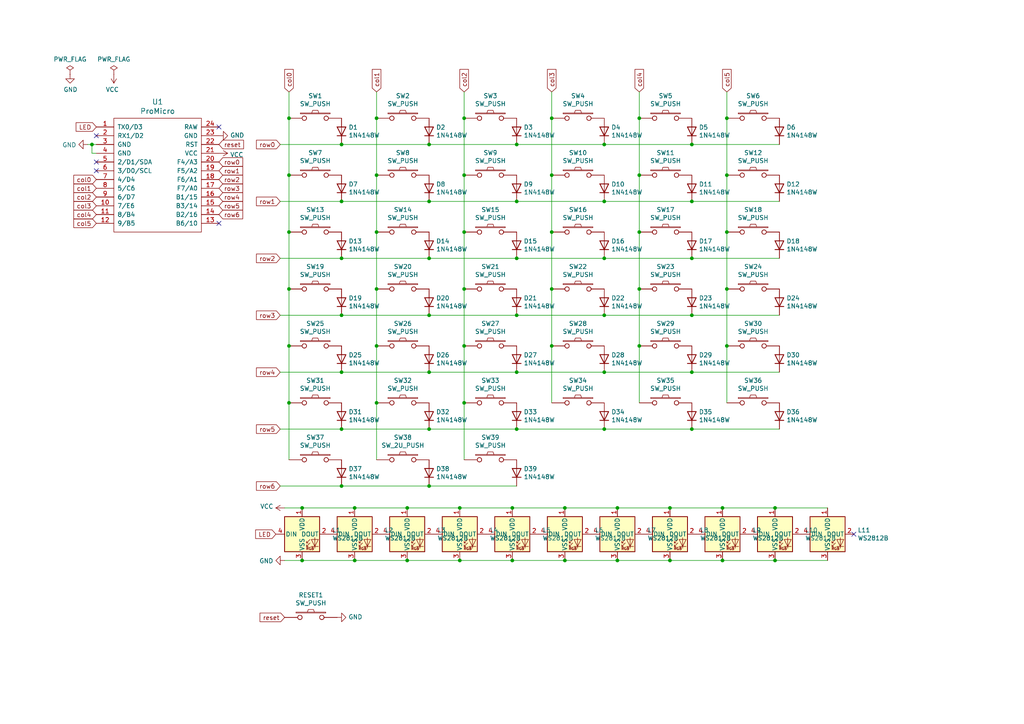
<source format=kicad_sch>
(kicad_sch (version 20230121) (generator eeschema)
  (paper "A4")
  (title_block (title "REVIUNG39") (date "2020-07-29") (rev "2.0"))
  (lib_symbols
    (symbol "Diode:1N4148W" (pin_numbers hide) (pin_names hide)
      (property "Reference" "D" (at 0 2.54 0))
      (property "Value" "1N4148W" (at 0 -2.54 0))
      (symbol "1N4148W_0_1"
        (polyline (pts (xy -1.27 1.27) (xy -1.27 -1.27)) (stroke (width 0.254)))
        (polyline (pts (xy 1.27 0) (xy -1.27 0)))
        (polyline (pts (xy 1.27 1.27) (xy 1.27 -1.27) (xy -1.27 0) (xy 1.27 1.27)) (stroke (width 0.254)))
      )
      (symbol "1N4148W_1_1"
        (pin passive line (at -3.81 0 0) (length 2.54) (name "K") (number "1"))
        (pin passive line (at 3.81 0 180) (length 2.54) (name "A") (number "2"))
      )
    )
    (symbol "LED:WS2812B" (pin_names (offset 0.254))
      (property "Reference" "D" (at 5.08 5.715 0))
      (property "Value" "WS2812B" (at 1.27 -5.715 0))
      (symbol "WS2812B_0_0"
        (text "RGB" (at 2.286 -4.191 0) (effects (font (size 0.762 0.762))))
      )
      (symbol "WS2812B_0_1"
        (polyline (pts (xy 1.27 -3.556) (xy 1.778 -3.556)))
        (polyline (pts (xy 1.27 -2.54) (xy 1.778 -2.54)))
        (polyline (pts (xy 4.699 -3.556) (xy 2.667 -3.556)))
        (polyline (pts (xy 2.286 -2.54) (xy 1.27 -3.556) (xy 1.27 -3.048)))
        (polyline (pts (xy 2.286 -1.524) (xy 1.27 -2.54) (xy 1.27 -2.032)))
        (polyline (pts (xy 3.683 -1.016) (xy 3.683 -3.556) (xy 3.683 -4.064)))
        (polyline (pts (xy 4.699 -1.524) (xy 2.667 -1.524) (xy 3.683 -3.556) (xy 4.699 -1.524)))
        (rectangle (start 5.08 5.08) (end -5.08 -5.08) (stroke (width 0.254)) (fill (type background)))
      )
      (symbol "WS2812B_1_1"
        (pin power_in line (at 0 7.62 270) (length 2.54) (name "VDD") (number "1"))
        (pin output line (at 7.62 0 180) (length 2.54) (name "DOUT") (number "2"))
        (pin power_in line (at 0 -7.62 90) (length 2.54) (name "VSS") (number "3"))
        (pin input line (at -7.62 0 0) (length 2.54) (name "DIN") (number "4"))
      )
    )
    (symbol "power:GND" (power) (pin_names (offset 0))
      (property "Value" "GND" (at 0 -3.81 0))
      (symbol "GND_0_1"
        (polyline (pts (xy 0 0) (xy 0 -1.27) (xy 1.27 -1.27) (xy 0 -2.54) (xy -1.27 -1.27) (xy 0 -1.27)))
      )
      (symbol "GND_1_1"
        (pin power_in line (at 0 0 270) (length 0) hide (name "GND") (number "1"))
      )
    )
    (symbol "power:PWR_FLAG" (power) (pin_numbers hide) (pin_names (offset 0) hide)
      (property "Value" "PWR_FLAG" (at 0 3.81 0))
      (symbol "PWR_FLAG_0_0"
        (pin power_out line (at 0 0 90) (length 0) (name "pwr") (number "1"))
      )
      (symbol "PWR_FLAG_0_1"
        (polyline (pts (xy 0 0) (xy 0 1.27) (xy -1.016 1.905) (xy 0 2.54) (xy 1.016 1.905) (xy 0 1.27)))
      )
    )
    (symbol "power:VCC" (power) (pin_names (offset 0))
      (property "Value" "VCC" (at 0 3.81 0))
      (symbol "VCC_0_1"
        (polyline (pts (xy -0.762 1.27) (xy 0 2.54)))
        (polyline (pts (xy 0 0) (xy 0 2.54)))
        (polyline (pts (xy 0 2.54) (xy 0.762 1.27)))
      )
      (symbol "VCC_1_1"
        (pin power_in line (at 0 0 90) (length 0) hide (name "VCC") (number "1"))
      )
    )
    (symbol "reviung39-rescue:ProMicro-_reviung-kbd" (pin_names (offset 1.016))
      (property "Reference" "U" (at 0 24.13 0))
      (property "Value" "_reviung-kbd_ProMicro" (at 0 -13.97 0))
      (symbol "ProMicro-_reviung-kbd_0_1"
        (rectangle (start -12.7 21.59) (end 12.7 -11.43))
      )
      (symbol "ProMicro-_reviung-kbd_1_1"
        (pin bidirectional line (at -17.78 19.05 0) (length 5.08) (name "TX0/D3") (number "1"))
        (pin bidirectional line (at -17.78 -3.81 0) (length 5.08) (name "7/E6") (number "10"))
        (pin bidirectional line (at -17.78 -6.35 0) (length 5.08) (name "8/B4") (number "11"))
        (pin bidirectional line (at -17.78 -8.89 0) (length 5.08) (name "9/B5") (number "12"))
        (pin bidirectional line (at 17.78 -8.89 180) (length 5.08) (name "B6/10") (number "13"))
        (pin bidirectional line (at 17.78 -6.35 180) (length 5.08) (name "B2/16") (number "14"))
        (pin bidirectional line (at 17.78 -3.81 180) (length 5.08) (name "B3/14") (number "15"))
        (pin bidirectional line (at 17.78 -1.27 180) (length 5.08) (name "B1/15") (number "16"))
        (pin bidirectional line (at 17.78 1.27 180) (length 5.08) (name "F7/A0") (number "17"))
        (pin bidirectional line (at 17.78 3.81 180) (length 5.08) (name "F6/A1") (number "18"))
        (pin bidirectional line (at 17.78 6.35 180) (length 5.08) (name "F5/A2") (number "19"))
        (pin bidirectional line (at -17.78 16.51 0) (length 5.08) (name "RX1/D2") (number "2"))
        (pin bidirectional line (at 17.78 8.89 180) (length 5.08) (name "F4/A3") (number "20"))
        (pin power_in line (at 17.78 11.43 180) (length 5.08) (name "VCC") (number "21"))
        (pin input line (at 17.78 13.97 180) (length 5.08) (name "RST") (number "22"))
        (pin power_in line (at 17.78 16.51 180) (length 5.08) (name "GND") (number "23"))
        (pin power_out line (at 17.78 19.05 180) (length 5.08) (name "RAW") (number "24"))
        (pin power_in line (at -17.78 13.97 0) (length 5.08) (name "GND") (number "3"))
        (pin power_in line (at -17.78 11.43 0) (length 5.08) (name "GND") (number "4"))
        (pin bidirectional line (at -17.78 8.89 0) (length 5.08) (name "2/D1/SDA") (number "5"))
        (pin bidirectional line (at -17.78 6.35 0) (length 5.08) (name "3/D0/SCL") (number "6"))
        (pin bidirectional line (at -17.78 3.81 0) (length 5.08) (name "4/D4") (number "7"))
        (pin bidirectional line (at -17.78 1.27 0) (length 5.08) (name "5/C6") (number "8"))
        (pin bidirectional line (at -17.78 -1.27 0) (length 5.08) (name "6/D7") (number "9"))
      )
    )
    (symbol "reviung39-rescue:SW_PUSH-_reviung-kbd" (pin_numbers hide) (pin_names (offset 1.016) hide)
      (property "Reference" "SW" (at 3.81 2.794 0))
      (property "Value" "_reviung-kbd_SW_PUSH" (at 0 -2.032 0))
      (symbol "SW_PUSH-_reviung-kbd_0_1"
        (rectangle (start -4.318 1.27) (end 4.318 1.524))
        (polyline (pts (xy -1.016 1.524) (xy -0.762 2.286) (xy 0.762 2.286) (xy 1.016 1.524)))
        (pin passive inverted (at -7.62 0 0) (length 5.08) (name "1") (number "1"))
        (pin passive inverted (at 7.62 0 180) (length 5.08) (name "2") (number "2"))
      )
    )
  )
  (junction (at 149.86 124.46))
  (junction (at 99.06 107.95))
  (junction (at 148.59 147.32))
  (junction (at 160.02 100.33))
  (junction (at 99.06 74.93))
  (junction (at 83.82 50.8))
  (junction (at 118.11 162.56))
  (junction (at 175.26 41.91))
  (junction (at 109.22 100.33))
  (junction (at 200.66 58.42))
  (junction (at 99.06 41.91))
  (junction (at 163.83 147.32))
  (junction (at 149.86 58.42))
  (junction (at 209.55 147.32))
  (junction (at 200.66 74.93))
  (junction (at 109.22 67.31))
  (junction (at 83.82 116.84))
  (junction (at 83.82 100.33))
  (junction (at 163.83 162.56))
  (junction (at 179.07 147.32))
  (junction (at 175.26 58.42))
  (junction (at 160.02 83.82))
  (junction (at 175.26 91.44))
  (junction (at 194.31 162.56))
  (junction (at 99.06 124.46))
  (junction (at 210.82 50.8))
  (junction (at 185.42 50.8))
  (junction (at 149.86 41.91))
  (junction (at 148.59 162.56))
  (junction (at 185.42 34.29))
  (junction (at 109.22 34.29))
  (junction (at 175.26 74.93))
  (junction (at 134.62 34.29))
  (junction (at 160.02 67.31))
  (junction (at 134.62 83.82))
  (junction (at 99.06 140.97))
  (junction (at 134.62 50.8))
  (junction (at 26.67 41.91))
  (junction (at 124.46 41.91))
  (junction (at 210.82 67.31))
  (junction (at 134.62 100.33))
  (junction (at 124.46 91.44))
  (junction (at 134.62 67.31))
  (junction (at 185.42 67.31))
  (junction (at 124.46 140.97))
  (junction (at 87.63 147.32))
  (junction (at 200.66 107.95))
  (junction (at 185.42 100.33))
  (junction (at 109.22 116.84))
  (junction (at 209.55 162.56))
  (junction (at 124.46 74.93))
  (junction (at 224.79 147.32))
  (junction (at 99.06 58.42))
  (junction (at 160.02 34.29))
  (junction (at 200.66 124.46))
  (junction (at 149.86 91.44))
  (junction (at 124.46 107.95))
  (junction (at 179.07 162.56))
  (junction (at 194.31 147.32))
  (junction (at 185.42 83.82))
  (junction (at 102.87 147.32))
  (junction (at 210.82 100.33))
  (junction (at 124.46 58.42))
  (junction (at 109.22 83.82))
  (junction (at 149.86 107.95))
  (junction (at 133.35 162.56))
  (junction (at 134.62 116.84))
  (junction (at 118.11 147.32))
  (junction (at 175.26 107.95))
  (junction (at 175.26 124.46))
  (junction (at 83.82 83.82))
  (junction (at 83.82 34.29))
  (junction (at 200.66 41.91))
  (junction (at 102.87 162.56))
  (junction (at 200.66 91.44))
  (junction (at 149.86 74.93))
  (junction (at 83.82 67.31))
  (junction (at 87.63 162.56))
  (junction (at 210.82 83.82))
  (junction (at 133.35 147.32))
  (junction (at 210.82 34.29))
  (junction (at 160.02 50.8))
  (junction (at 99.06 91.44))
  (junction (at 109.22 50.8))
  (junction (at 224.79 162.56))
  (junction (at 124.46 124.46))
  (no_connect (at 63.5 64.77))
  (no_connect (at 247.65 154.94))
  (no_connect (at 27.94 49.53))
  (no_connect (at 63.5 36.83))
  (no_connect (at 27.94 46.99))
  (no_connect (at 27.94 39.37))
  (wire (pts (xy 109.22 83.82) (xy 109.22 100.33)))
  (wire (pts (xy 175.26 91.44) (xy 200.66 91.44)))
  (wire (pts (xy 209.55 162.56) (xy 224.79 162.56)))
  (wire (pts (xy 134.62 26.67) (xy 134.62 34.29)))
  (wire (pts (xy 99.06 58.42) (xy 124.46 58.42)))
  (wire (pts (xy 83.82 34.29) (xy 83.82 50.8)))
  (wire (pts (xy 160.02 50.8) (xy 160.02 67.31)))
  (wire (pts (xy 194.31 147.32) (xy 209.55 147.32)))
  (wire (pts (xy 200.66 58.42) (xy 226.06 58.42)))
  (wire (pts (xy 81.28 74.93) (xy 99.06 74.93)))
  (wire (pts (xy 27.94 44.45) (xy 26.67 44.45)))
  (wire (pts (xy 134.62 67.31) (xy 134.62 83.82)))
  (wire (pts (xy 185.42 100.33) (xy 185.42 116.84)))
  (wire (pts (xy 83.82 50.8) (xy 83.82 67.31)))
  (wire (pts (xy 175.26 41.91) (xy 200.66 41.91)))
  (wire (pts (xy 210.82 34.29) (xy 210.82 50.8)))
  (wire (pts (xy 149.86 124.46) (xy 175.26 124.46)))
  (wire (pts (xy 99.06 91.44) (xy 124.46 91.44)))
  (wire (pts (xy 163.83 147.32) (xy 179.07 147.32)))
  (wire (pts (xy 133.35 162.56) (xy 148.59 162.56)))
  (wire (pts (xy 185.42 67.31) (xy 185.42 83.82)))
  (wire (pts (xy 224.79 147.32) (xy 240.03 147.32)))
  (wire (pts (xy 185.42 34.29) (xy 185.42 50.8)))
  (wire (pts (xy 134.62 116.84) (xy 134.62 133.35)))
  (wire (pts (xy 109.22 100.33) (xy 109.22 116.84)))
  (wire (pts (xy 99.06 124.46) (xy 124.46 124.46)))
  (wire (pts (xy 179.07 162.56) (xy 194.31 162.56)))
  (wire (pts (xy 160.02 67.31) (xy 160.02 83.82)))
  (wire (pts (xy 83.82 26.67) (xy 83.82 34.29)))
  (wire (pts (xy 149.86 91.44) (xy 175.26 91.44)))
  (wire (pts (xy 124.46 91.44) (xy 149.86 91.44)))
  (wire (pts (xy 81.28 107.95) (xy 99.06 107.95)))
  (wire (pts (xy 200.66 74.93) (xy 226.06 74.93)))
  (wire (pts (xy 200.66 107.95) (xy 226.06 107.95)))
  (wire (pts (xy 81.28 58.42) (xy 99.06 58.42)))
  (wire (pts (xy 83.82 100.33) (xy 83.82 116.84)))
  (wire (pts (xy 210.82 83.82) (xy 210.82 100.33)))
  (wire (pts (xy 81.28 41.91) (xy 99.06 41.91)))
  (wire (pts (xy 109.22 116.84) (xy 109.22 133.35)))
  (wire (pts (xy 210.82 67.31) (xy 210.82 83.82)))
  (wire (pts (xy 179.07 147.32) (xy 194.31 147.32)))
  (wire (pts (xy 81.28 124.46) (xy 99.06 124.46)))
  (wire (pts (xy 160.02 100.33) (xy 160.02 116.84)))
  (wire (pts (xy 99.06 140.97) (xy 124.46 140.97)))
  (wire (pts (xy 163.83 162.56) (xy 179.07 162.56)))
  (wire (pts (xy 200.66 91.44) (xy 226.06 91.44)))
  (wire (pts (xy 175.26 124.46) (xy 200.66 124.46)))
  (wire (pts (xy 83.82 116.84) (xy 83.82 133.35)))
  (wire (pts (xy 109.22 26.67) (xy 109.22 34.29)))
  (wire (pts (xy 134.62 34.29) (xy 134.62 50.8)))
  (wire (pts (xy 109.22 67.31) (xy 109.22 83.82)))
  (wire (pts (xy 87.63 147.32) (xy 102.87 147.32)))
  (wire (pts (xy 99.06 74.93) (xy 124.46 74.93)))
  (wire (pts (xy 160.02 83.82) (xy 160.02 100.33)))
  (wire (pts (xy 224.79 162.56) (xy 240.03 162.56)))
  (wire (pts (xy 134.62 83.82) (xy 134.62 100.33)))
  (wire (pts (xy 175.26 74.93) (xy 200.66 74.93)))
  (wire (pts (xy 118.11 147.32) (xy 133.35 147.32)))
  (wire (pts (xy 81.28 140.97) (xy 99.06 140.97)))
  (wire (pts (xy 83.82 67.31) (xy 83.82 83.82)))
  (wire (pts (xy 118.11 162.56) (xy 133.35 162.56)))
  (wire (pts (xy 124.46 124.46) (xy 149.86 124.46)))
  (wire (pts (xy 194.31 162.56) (xy 209.55 162.56)))
  (wire (pts (xy 26.67 44.45) (xy 26.67 41.91)))
  (wire (pts (xy 124.46 58.42) (xy 149.86 58.42)))
  (wire (pts (xy 102.87 162.56) (xy 87.63 162.56)))
  (wire (pts (xy 124.46 107.95) (xy 149.86 107.95)))
  (wire (pts (xy 185.42 50.8) (xy 185.42 67.31)))
  (wire (pts (xy 210.82 50.8) (xy 210.82 67.31)))
  (wire (pts (xy 82.55 162.56) (xy 87.63 162.56)))
  (wire (pts (xy 27.94 41.91) (xy 26.67 41.91)))
  (wire (pts (xy 109.22 50.8) (xy 109.22 67.31)))
  (wire (pts (xy 83.82 83.82) (xy 83.82 100.33)))
  (wire (pts (xy 185.42 26.67) (xy 185.42 34.29)))
  (wire (pts (xy 185.42 83.82) (xy 185.42 100.33)))
  (wire (pts (xy 148.59 147.32) (xy 163.83 147.32)))
  (wire (pts (xy 200.66 124.46) (xy 226.06 124.46)))
  (wire (pts (xy 133.35 147.32) (xy 148.59 147.32)))
  (wire (pts (xy 210.82 26.67) (xy 210.82 34.29)))
  (wire (pts (xy 134.62 100.33) (xy 134.62 116.84)))
  (wire (pts (xy 149.86 58.42) (xy 175.26 58.42)))
  (wire (pts (xy 109.22 34.29) (xy 109.22 50.8)))
  (wire (pts (xy 124.46 140.97) (xy 149.86 140.97)))
  (wire (pts (xy 149.86 107.95) (xy 175.26 107.95)))
  (wire (pts (xy 148.59 162.56) (xy 163.83 162.56)))
  (wire (pts (xy 210.82 116.84) (xy 210.82 100.33)))
  (wire (pts (xy 124.46 74.93) (xy 149.86 74.93)))
  (wire (pts (xy 200.66 41.91) (xy 226.06 41.91)))
  (wire (pts (xy 81.28 91.44) (xy 99.06 91.44)))
  (wire (pts (xy 175.26 107.95) (xy 200.66 107.95)))
  (wire (pts (xy 102.87 162.56) (xy 118.11 162.56)))
  (wire (pts (xy 160.02 34.29) (xy 160.02 50.8)))
  (wire (pts (xy 160.02 26.67) (xy 160.02 34.29)))
  (wire (pts (xy 99.06 41.91) (xy 124.46 41.91)))
  (wire (pts (xy 149.86 74.93) (xy 175.26 74.93)))
  (wire (pts (xy 209.55 147.32) (xy 224.79 147.32)))
  (wire (pts (xy 124.46 41.91) (xy 149.86 41.91)))
  (wire (pts (xy 82.55 147.32) (xy 87.63 147.32)))
  (wire (pts (xy 175.26 58.42) (xy 200.66 58.42)))
  (wire (pts (xy 134.62 50.8) (xy 134.62 67.31)))
  (wire (pts (xy 102.87 147.32) (xy 118.11 147.32)))
  (wire (pts (xy 99.06 107.95) (xy 124.46 107.95)))
  (wire (pts (xy 149.86 41.91) (xy 175.26 41.91)))
  (wire (pts (xy 26.67 41.91) (xy 25.4 41.91)))
  (global_label "col1" (shape input) (at 109.22 26.67 90) (property "Intersheetrefs" "${INTERSHEET_REFS}" (effects hide)))
  (global_label "row6" (shape input) (at 63.5 62.23 0) (property "Intersheetrefs" "${INTERSHEET_REFS}" (effects hide)))
  (global_label "row2" (shape input) (at 81.28 74.93 180) (property "Intersheetrefs" "${INTERSHEET_REFS}" (effects hide)))
  (global_label "col3" (shape input) (at 27.94 59.69 180) (property "Intersheetrefs" "${INTERSHEET_REFS}" (effects hide)))
  (global_label "row1" (shape input) (at 81.28 58.42 180) (property "Intersheetrefs" "${INTERSHEET_REFS}" (effects hide)))
  (global_label "row4" (shape input) (at 63.5 57.15 0) (property "Intersheetrefs" "${INTERSHEET_REFS}" (effects hide)))
  (global_label "row3" (shape input) (at 81.28 91.44 180) (property "Intersheetrefs" "${INTERSHEET_REFS}" (effects hide)))
  (global_label "col4" (shape input) (at 27.94 62.23 180) (property "Intersheetrefs" "${INTERSHEET_REFS}" (effects hide)))
  (global_label "row0" (shape input) (at 63.5 46.99 0) (property "Intersheetrefs" "${INTERSHEET_REFS}" (effects hide)))
  (global_label "row5" (shape input) (at 81.28 124.46 180) (property "Intersheetrefs" "${INTERSHEET_REFS}" (effects hide)))
  (global_label "reset" (shape input) (at 82.55 179.07 180) (property "Intersheetrefs" "${INTERSHEET_REFS}" (effects hide)))
  (global_label "col4" (shape input) (at 185.42 26.67 90) (property "Intersheetrefs" "${INTERSHEET_REFS}" (effects hide)))
  (global_label "row0" (shape input) (at 81.28 41.91 180) (property "Intersheetrefs" "${INTERSHEET_REFS}" (effects hide)))
  (global_label "row4" (shape input) (at 81.28 107.95 180) (property "Intersheetrefs" "${INTERSHEET_REFS}" (effects hide)))
  (global_label "row6" (shape input) (at 81.28 140.97 180) (property "Intersheetrefs" "${INTERSHEET_REFS}" (effects hide)))
  (global_label "LED" (shape input) (at 80.01 154.94 180) (property "Intersheetrefs" "${INTERSHEET_REFS}" (effects hide)))
  (global_label "row2" (shape input) (at 63.5 52.07 0) (property "Intersheetrefs" "${INTERSHEET_REFS}" (effects hide)))
  (global_label "col5" (shape input) (at 210.82 26.67 90) (property "Intersheetrefs" "${INTERSHEET_REFS}" (effects hide)))
  (global_label "col5" (shape input) (at 27.94 64.77 180) (property "Intersheetrefs" "${INTERSHEET_REFS}" (effects hide)))
  (global_label "LED" (shape input) (at 27.94 36.83 180) (property "Intersheetrefs" "${INTERSHEET_REFS}" (effects hide)))
  (global_label "col3" (shape input) (at 160.02 26.67 90) (property "Intersheetrefs" "${INTERSHEET_REFS}" (effects hide)))
  (global_label "row5" (shape input) (at 63.5 59.69 0) (property "Intersheetrefs" "${INTERSHEET_REFS}" (effects hide)))
  (global_label "row1" (shape input) (at 63.5 49.53 0) (property "Intersheetrefs" "${INTERSHEET_REFS}" (effects hide)))
  (global_label "col0" (shape input) (at 83.82 26.67 90) (property "Intersheetrefs" "${INTERSHEET_REFS}" (effects hide)))
  (global_label "reset" (shape input) (at 63.5 41.91 0) (property "Intersheetrefs" "${INTERSHEET_REFS}" (effects hide)))
  (global_label "col1" (shape input) (at 27.94 54.61 180) (property "Intersheetrefs" "${INTERSHEET_REFS}" (effects hide)))
  (global_label "col2" (shape input) (at 134.62 26.67 90) (property "Intersheetrefs" "${INTERSHEET_REFS}" (effects hide)))
  (global_label "col2" (shape input) (at 27.94 57.15 180) (property "Intersheetrefs" "${INTERSHEET_REFS}" (effects hide)))
  (global_label "row3" (shape input) (at 63.5 54.61 0) (property "Intersheetrefs" "${INTERSHEET_REFS}" (effects hide)))
  (global_label "col0" (shape input) (at 27.94 52.07 180) (property "Intersheetrefs" "${INTERSHEET_REFS}" (effects hide)))
  (symbol (lib_id "power:PWR_FLAG") (at 20.32 21.59 0) (unit 1)
    (property "Reference" "#FLG01" (effects hide))
    (property "Value" "PWR_FLAG" (at 20.32 17.1958 0))
  )
  (symbol (lib_id "power:GND") (at 20.32 21.59 0) (unit 1)
    (property "Reference" "#PWR01" (effects hide))
    (property "Value" "GND" (at 20.447 25.9842 0))
  )
  (symbol (lib_id "power:PWR_FLAG") (at 33.02 21.59 0) (unit 1)
    (property "Reference" "#FLG02" (effects hide))
    (property "Value" "PWR_FLAG" (at 33.02 17.1958 0))
  )
  (symbol (lib_id "power:VCC") (at 33.02 21.59 180) (unit 1)
    (property "Reference" "#PWR02" (effects hide))
    (property "Value" "VCC" (at 32.5628 25.9842 0))
  )
  (symbol (lib_id "reviung39-rescue:ProMicro-_reviung-kbd") (at 45.72 55.88 0) (unit 1)
    (property "Reference" "U1" (at 45.72 29.5402 0) (effects (font (size 1.524 1.524))))
    (property "Value" "ProMicro" (at 45.72 32.2326 0) (effects (font (size 1.524 1.524))))
    (property "Footprint" "_reviung-kbd:ProMicro" (effects hide))
  )
  (symbol (lib_id "power:GND") (at 63.5 39.37 90) (unit 1)
    (property "Reference" "#PWR03" (effects hide))
    (property "Value" "GND" (at 66.7512 39.243 90) (effects (justify right)))
  )
  (symbol (lib_id "power:VCC") (at 63.5 44.45 270) (unit 1)
    (property "Reference" "#PWR05" (effects hide))
    (property "Value" "VCC" (at 66.7512 44.8818 90) (effects (justify left)))
  )
  (symbol (lib_id "power:GND") (at 25.4 41.91 270) (unit 1)
    (property "Reference" "#PWR04" (effects hide))
    (property "Value" "GND" (at 22.1488 42.037 90) (effects (justify right)))
  )
  (symbol (lib_id "reviung39-rescue:SW_PUSH-_reviung-kbd") (at 91.44 34.29 0) (unit 1)
    (property "Reference" "SW1" (at 91.44 27.813 0))
    (property "Value" "SW_PUSH" (at 91.44 30.1244 0))
    (property "Footprint" "_reviung-kbd:MXOnly-1U-Hotswap" (effects hide))
  )
  (symbol (lib_id "Diode:1N4148W") (at 99.06 38.1 90) (unit 1)
    (property "Reference" "D1" (at 101.092 36.9316 90) (effects (justify right)))
    (property "Value" "1N4148W" (at 101.092 39.243 90) (effects (justify right)))
    (property "Footprint" "_reviung-kbd:D3_SMD_1side" (effects hide))
    (property "Datasheet" "https://www.vishay.com/docs/85748/1n4148w.pdf" (effects hide))
  )
  (symbol (lib_id "reviung39-rescue:SW_PUSH-_reviung-kbd") (at 116.84 34.29 0) (unit 1)
    (property "Reference" "SW2" (at 116.84 27.813 0))
    (property "Value" "SW_PUSH" (at 116.84 30.1244 0))
    (property "Footprint" "_reviung-kbd:MXOnly-1U-Hotswap" (effects hide))
  )
  (symbol (lib_id "Diode:1N4148W") (at 124.46 38.1 90) (unit 1)
    (property "Reference" "D2" (at 126.492 36.9316 90) (effects (justify right)))
    (property "Value" "1N4148W" (at 126.492 39.243 90) (effects (justify right)))
    (property "Footprint" "_reviung-kbd:D3_SMD_1side" (effects hide))
    (property "Datasheet" "https://www.vishay.com/docs/85748/1n4148w.pdf" (effects hide))
  )
  (symbol (lib_id "reviung39-rescue:SW_PUSH-_reviung-kbd") (at 142.24 34.29 0) (unit 1)
    (property "Reference" "SW3" (at 142.24 27.813 0))
    (property "Value" "SW_PUSH" (at 142.24 30.1244 0))
    (property "Footprint" "_reviung-kbd:MXOnly-1U-Hotswap" (effects hide))
  )
  (symbol (lib_id "Diode:1N4148W") (at 149.86 38.1 90) (unit 1)
    (property "Reference" "D3" (at 151.892 36.9316 90) (effects (justify right)))
    (property "Value" "1N4148W" (at 151.892 39.243 90) (effects (justify right)))
    (property "Footprint" "_reviung-kbd:D3_SMD_1side" (effects hide))
    (property "Datasheet" "https://www.vishay.com/docs/85748/1n4148w.pdf" (effects hide))
  )
  (symbol (lib_id "reviung39-rescue:SW_PUSH-_reviung-kbd") (at 167.64 34.29 0) (unit 1)
    (property "Reference" "SW4" (at 167.64 27.813 0))
    (property "Value" "SW_PUSH" (at 167.64 30.1244 0))
    (property "Footprint" "_reviung-kbd:MXOnly-1U-Hotswap" (effects hide))
  )
  (symbol (lib_id "Diode:1N4148W") (at 175.26 38.1 90) (unit 1)
    (property "Reference" "D4" (at 177.292 36.9316 90) (effects (justify right)))
    (property "Value" "1N4148W" (at 177.292 39.243 90) (effects (justify right)))
    (property "Footprint" "_reviung-kbd:D3_SMD_1side" (effects hide))
    (property "Datasheet" "https://www.vishay.com/docs/85748/1n4148w.pdf" (effects hide))
  )
  (symbol (lib_id "reviung39-rescue:SW_PUSH-_reviung-kbd") (at 193.04 34.29 0) (unit 1)
    (property "Reference" "SW5" (at 193.04 27.813 0))
    (property "Value" "SW_PUSH" (at 193.04 30.1244 0))
    (property "Footprint" "_reviung-kbd:MXOnly-1U-Hotswap" (effects hide))
  )
  (symbol (lib_id "Diode:1N4148W") (at 200.66 38.1 90) (unit 1)
    (property "Reference" "D5" (at 202.692 36.9316 90) (effects (justify right)))
    (property "Value" "1N4148W" (at 202.692 39.243 90) (effects (justify right)))
    (property "Footprint" "_reviung-kbd:D3_SMD_1side" (effects hide))
    (property "Datasheet" "https://www.vishay.com/docs/85748/1n4148w.pdf" (effects hide))
  )
  (symbol (lib_id "reviung39-rescue:SW_PUSH-_reviung-kbd") (at 218.44 34.29 0) (unit 1)
    (property "Reference" "SW6" (at 218.44 27.813 0))
    (property "Value" "SW_PUSH" (at 218.44 30.1244 0))
    (property "Footprint" "_reviung-kbd:MXOnly-1U-Hotswap" (effects hide))
  )
  (symbol (lib_id "Diode:1N4148W") (at 226.06 38.1 90) (unit 1)
    (property "Reference" "D6" (at 228.092 36.9316 90) (effects (justify right)))
    (property "Value" "1N4148W" (at 228.092 39.243 90) (effects (justify right)))
    (property "Footprint" "_reviung-kbd:D3_SMD_1side" (effects hide))
    (property "Datasheet" "https://www.vishay.com/docs/85748/1n4148w.pdf" (effects hide))
  )
  (symbol (lib_id "Diode:1N4148W") (at 175.26 54.61 90) (unit 1)
    (property "Reference" "D10" (at 177.292 53.4416 90) (effects (justify right)))
    (property "Value" "1N4148W" (at 177.292 55.753 90) (effects (justify right)))
    (property "Footprint" "_reviung-kbd:D3_SMD_1side" (effects hide))
    (property "Datasheet" "https://www.vishay.com/docs/85748/1n4148w.pdf" (effects hide))
  )
  (symbol (lib_id "reviung39-rescue:SW_PUSH-_reviung-kbd") (at 167.64 50.8 0) (unit 1)
    (property "Reference" "SW10" (at 167.64 44.323 0))
    (property "Value" "SW_PUSH" (at 167.64 46.6344 0))
    (property "Footprint" "_reviung-kbd:MXOnly-1U-Hotswap" (effects hide))
  )
  (symbol (lib_id "Diode:1N4148W") (at 149.86 54.61 90) (unit 1)
    (property "Reference" "D9" (at 151.892 53.4416 90) (effects (justify right)))
    (property "Value" "1N4148W" (at 151.892 55.753 90) (effects (justify right)))
    (property "Footprint" "_reviung-kbd:D3_SMD_1side" (effects hide))
    (property "Datasheet" "https://www.vishay.com/docs/85748/1n4148w.pdf" (effects hide))
  )
  (symbol (lib_id "reviung39-rescue:SW_PUSH-_reviung-kbd") (at 142.24 50.8 0) (unit 1)
    (property "Reference" "SW9" (at 142.24 44.323 0))
    (property "Value" "SW_PUSH" (at 142.24 46.6344 0))
    (property "Footprint" "_reviung-kbd:MXOnly-1U-Hotswap" (effects hide))
  )
  (symbol (lib_id "Diode:1N4148W") (at 124.46 54.61 90) (unit 1)
    (property "Reference" "D8" (at 126.492 53.4416 90) (effects (justify right)))
    (property "Value" "1N4148W" (at 126.492 55.753 90) (effects (justify right)))
    (property "Footprint" "_reviung-kbd:D3_SMD_1side" (effects hide))
    (property "Datasheet" "https://www.vishay.com/docs/85748/1n4148w.pdf" (effects hide))
  )
  (symbol (lib_id "reviung39-rescue:SW_PUSH-_reviung-kbd") (at 116.84 50.8 0) (unit 1)
    (property "Reference" "SW8" (at 116.84 44.323 0))
    (property "Value" "SW_PUSH" (at 116.84 46.6344 0))
    (property "Footprint" "_reviung-kbd:MXOnly-1U-Hotswap" (effects hide))
  )
  (symbol (lib_id "Diode:1N4148W") (at 99.06 54.61 90) (unit 1)
    (property "Reference" "D7" (at 101.092 53.4416 90) (effects (justify right)))
    (property "Value" "1N4148W" (at 101.092 55.753 90) (effects (justify right)))
    (property "Footprint" "_reviung-kbd:D3_SMD_1side" (effects hide))
    (property "Datasheet" "https://www.vishay.com/docs/85748/1n4148w.pdf" (effects hide))
  )
  (symbol (lib_id "reviung39-rescue:SW_PUSH-_reviung-kbd") (at 91.44 50.8 0) (unit 1)
    (property "Reference" "SW7" (at 91.44 44.323 0))
    (property "Value" "SW_PUSH" (at 91.44 46.6344 0))
    (property "Footprint" "_reviung-kbd:MXOnly-1U-Hotswap" (effects hide))
  )
  (symbol (lib_id "reviung39-rescue:SW_PUSH-_reviung-kbd") (at 193.04 50.8 0) (unit 1)
    (property "Reference" "SW11" (at 193.04 44.323 0))
    (property "Value" "SW_PUSH" (at 193.04 46.6344 0))
    (property "Footprint" "_reviung-kbd:MXOnly-1U-Hotswap" (effects hide))
  )
  (symbol (lib_id "Diode:1N4148W") (at 200.66 54.61 90) (unit 1)
    (property "Reference" "D11" (at 202.692 53.4416 90) (effects (justify right)))
    (property "Value" "1N4148W" (at 202.692 55.753 90) (effects (justify right)))
    (property "Footprint" "_reviung-kbd:D3_SMD_1side" (effects hide))
    (property "Datasheet" "https://www.vishay.com/docs/85748/1n4148w.pdf" (effects hide))
  )
  (symbol (lib_id "reviung39-rescue:SW_PUSH-_reviung-kbd") (at 218.44 50.8 0) (unit 1)
    (property "Reference" "SW12" (at 218.44 44.323 0))
    (property "Value" "SW_PUSH" (at 218.44 46.6344 0))
    (property "Footprint" "_reviung-kbd:MXOnly-1U-Hotswap" (effects hide))
  )
  (symbol (lib_id "Diode:1N4148W") (at 226.06 54.61 90) (unit 1)
    (property "Reference" "D12" (at 228.092 53.4416 90) (effects (justify right)))
    (property "Value" "1N4148W" (at 228.092 55.753 90) (effects (justify right)))
    (property "Footprint" "_reviung-kbd:D3_SMD_1side" (effects hide))
    (property "Datasheet" "https://www.vishay.com/docs/85748/1n4148w.pdf" (effects hide))
  )
  (symbol (lib_id "Diode:1N4148W") (at 175.26 71.12 90) (unit 1)
    (property "Reference" "D16" (at 177.292 69.9516 90) (effects (justify right)))
    (property "Value" "1N4148W" (at 177.292 72.263 90) (effects (justify right)))
    (property "Footprint" "_reviung-kbd:D3_SMD_1side" (effects hide))
    (property "Datasheet" "https://www.vishay.com/docs/85748/1n4148w.pdf" (effects hide))
  )
  (symbol (lib_id "reviung39-rescue:SW_PUSH-_reviung-kbd") (at 167.64 67.31 0) (unit 1)
    (property "Reference" "SW16" (at 167.64 60.833 0))
    (property "Value" "SW_PUSH" (at 167.64 63.1444 0))
    (property "Footprint" "_reviung-kbd:MXOnly-1U-Hotswap" (effects hide))
  )
  (symbol (lib_id "Diode:1N4148W") (at 149.86 71.12 90) (unit 1)
    (property "Reference" "D15" (at 151.892 69.9516 90) (effects (justify right)))
    (property "Value" "1N4148W" (at 151.892 72.263 90) (effects (justify right)))
    (property "Footprint" "_reviung-kbd:D3_SMD_1side" (effects hide))
    (property "Datasheet" "https://www.vishay.com/docs/85748/1n4148w.pdf" (effects hide))
  )
  (symbol (lib_id "reviung39-rescue:SW_PUSH-_reviung-kbd") (at 142.24 67.31 0) (unit 1)
    (property "Reference" "SW15" (at 142.24 60.833 0))
    (property "Value" "SW_PUSH" (at 142.24 63.1444 0))
    (property "Footprint" "_reviung-kbd:MXOnly-1U-Hotswap" (effects hide))
  )
  (symbol (lib_id "Diode:1N4148W") (at 124.46 71.12 90) (unit 1)
    (property "Reference" "D14" (at 126.492 69.9516 90) (effects (justify right)))
    (property "Value" "1N4148W" (at 126.492 72.263 90) (effects (justify right)))
    (property "Footprint" "_reviung-kbd:D3_SMD_1side" (effects hide))
    (property "Datasheet" "https://www.vishay.com/docs/85748/1n4148w.pdf" (effects hide))
  )
  (symbol (lib_id "reviung39-rescue:SW_PUSH-_reviung-kbd") (at 116.84 67.31 0) (unit 1)
    (property "Reference" "SW14" (at 116.84 60.833 0))
    (property "Value" "SW_PUSH" (at 116.84 63.1444 0))
    (property "Footprint" "_reviung-kbd:MXOnly-1U-Hotswap" (effects hide))
  )
  (symbol (lib_id "Diode:1N4148W") (at 99.06 71.12 90) (unit 1)
    (property "Reference" "D13" (at 101.092 69.9516 90) (effects (justify right)))
    (property "Value" "1N4148W" (at 101.092 72.263 90) (effects (justify right)))
    (property "Footprint" "_reviung-kbd:D3_SMD_1side" (effects hide))
    (property "Datasheet" "https://www.vishay.com/docs/85748/1n4148w.pdf" (effects hide))
  )
  (symbol (lib_id "reviung39-rescue:SW_PUSH-_reviung-kbd") (at 91.44 67.31 0) (unit 1)
    (property "Reference" "SW13" (at 91.44 60.833 0))
    (property "Value" "SW_PUSH" (at 91.44 63.1444 0))
    (property "Footprint" "_reviung-kbd:MXOnly-1U-Hotswap" (effects hide))
  )
  (symbol (lib_id "reviung39-rescue:SW_PUSH-_reviung-kbd") (at 193.04 67.31 0) (unit 1)
    (property "Reference" "SW17" (at 193.04 60.833 0))
    (property "Value" "SW_PUSH" (at 193.04 63.1444 0))
    (property "Footprint" "_reviung-kbd:MXOnly-1U-Hotswap" (effects hide))
  )
  (symbol (lib_id "Diode:1N4148W") (at 200.66 71.12 90) (unit 1)
    (property "Reference" "D17" (at 202.692 69.9516 90) (effects (justify right)))
    (property "Value" "1N4148W" (at 202.692 72.263 90) (effects (justify right)))
    (property "Footprint" "_reviung-kbd:D3_SMD_1side" (effects hide))
    (property "Datasheet" "https://www.vishay.com/docs/85748/1n4148w.pdf" (effects hide))
  )
  (symbol (lib_id "reviung39-rescue:SW_PUSH-_reviung-kbd") (at 218.44 67.31 0) (unit 1)
    (property "Reference" "SW18" (at 218.44 60.833 0))
    (property "Value" "SW_PUSH" (at 218.44 63.1444 0))
    (property "Footprint" "_reviung-kbd:MXOnly-1U-Hotswap" (effects hide))
  )
  (symbol (lib_id "Diode:1N4148W") (at 226.06 71.12 90) (unit 1)
    (property "Reference" "D18" (at 228.092 69.9516 90) (effects (justify right)))
    (property "Value" "1N4148W" (at 228.092 72.263 90) (effects (justify right)))
    (property "Footprint" "_reviung-kbd:D3_SMD_1side" (effects hide))
    (property "Datasheet" "https://www.vishay.com/docs/85748/1n4148w.pdf" (effects hide))
  )
  (symbol (lib_id "Diode:1N4148W") (at 175.26 87.63 90) (unit 1)
    (property "Reference" "D22" (at 177.292 86.4616 90) (effects (justify right)))
    (property "Value" "1N4148W" (at 177.292 88.773 90) (effects (justify right)))
    (property "Footprint" "_reviung-kbd:D3_SMD_1side" (effects hide))
    (property "Datasheet" "https://www.vishay.com/docs/85748/1n4148w.pdf" (effects hide))
  )
  (symbol (lib_id "reviung39-rescue:SW_PUSH-_reviung-kbd") (at 167.64 83.82 0) (unit 1)
    (property "Reference" "SW22" (at 167.64 77.343 0))
    (property "Value" "SW_PUSH" (at 167.64 79.6544 0))
    (property "Footprint" "_reviung-kbd:MXOnly-1U-Hotswap" (effects hide))
  )
  (symbol (lib_id "Diode:1N4148W") (at 149.86 87.63 90) (unit 1)
    (property "Reference" "D21" (at 151.892 86.4616 90) (effects (justify right)))
    (property "Value" "1N4148W" (at 151.892 88.773 90) (effects (justify right)))
    (property "Footprint" "_reviung-kbd:D3_SMD_1side" (effects hide))
    (property "Datasheet" "https://www.vishay.com/docs/85748/1n4148w.pdf" (effects hide))
  )
  (symbol (lib_id "reviung39-rescue:SW_PUSH-_reviung-kbd") (at 142.24 83.82 0) (unit 1)
    (property "Reference" "SW21" (at 142.24 77.343 0))
    (property "Value" "SW_PUSH" (at 142.24 79.6544 0))
    (property "Footprint" "_reviung-kbd:MXOnly-1U-Hotswap" (effects hide))
  )
  (symbol (lib_id "Diode:1N4148W") (at 124.46 87.63 90) (unit 1)
    (property "Reference" "D20" (at 126.492 86.4616 90) (effects (justify right)))
    (property "Value" "1N4148W" (at 126.492 88.773 90) (effects (justify right)))
    (property "Footprint" "_reviung-kbd:D3_SMD_1side" (effects hide))
    (property "Datasheet" "https://www.vishay.com/docs/85748/1n4148w.pdf" (effects hide))
  )
  (symbol (lib_id "reviung39-rescue:SW_PUSH-_reviung-kbd") (at 116.84 83.82 0) (unit 1)
    (property "Reference" "SW20" (at 116.84 77.343 0))
    (property "Value" "SW_PUSH" (at 116.84 79.6544 0))
    (property "Footprint" "_reviung-kbd:MXOnly-1U-Hotswap" (effects hide))
  )
  (symbol (lib_id "Diode:1N4148W") (at 99.06 87.63 90) (unit 1)
    (property "Reference" "D19" (at 101.092 86.4616 90) (effects (justify right)))
    (property "Value" "1N4148W" (at 101.092 88.773 90) (effects (justify right)))
    (property "Footprint" "_reviung-kbd:D3_SMD_1side" (effects hide))
    (property "Datasheet" "https://www.vishay.com/docs/85748/1n4148w.pdf" (effects hide))
  )
  (symbol (lib_id "reviung39-rescue:SW_PUSH-_reviung-kbd") (at 91.44 83.82 0) (unit 1)
    (property "Reference" "SW19" (at 91.44 77.343 0))
    (property "Value" "SW_PUSH" (at 91.44 79.6544 0))
    (property "Footprint" "_reviung-kbd:MXOnly-1U-Hotswap" (effects hide))
  )
  (symbol (lib_id "reviung39-rescue:SW_PUSH-_reviung-kbd") (at 193.04 83.82 0) (unit 1)
    (property "Reference" "SW23" (at 193.04 77.343 0))
    (property "Value" "SW_PUSH" (at 193.04 79.6544 0))
    (property "Footprint" "_reviung-kbd:MXOnly-1U-Hotswap" (effects hide))
  )
  (symbol (lib_id "Diode:1N4148W") (at 200.66 87.63 90) (unit 1)
    (property "Reference" "D23" (at 202.692 86.4616 90) (effects (justify right)))
    (property "Value" "1N4148W" (at 202.692 88.773 90) (effects (justify right)))
    (property "Footprint" "_reviung-kbd:D3_SMD_1side" (effects hide))
    (property "Datasheet" "https://www.vishay.com/docs/85748/1n4148w.pdf" (effects hide))
  )
  (symbol (lib_id "reviung39-rescue:SW_PUSH-_reviung-kbd") (at 218.44 83.82 0) (unit 1)
    (property "Reference" "SW24" (at 218.44 77.343 0))
    (property "Value" "SW_PUSH" (at 218.44 79.6544 0))
    (property "Footprint" "_reviung-kbd:MXOnly-1U-Hotswap" (effects hide))
  )
  (symbol (lib_id "Diode:1N4148W") (at 226.06 87.63 90) (unit 1)
    (property "Reference" "D24" (at 228.092 86.4616 90) (effects (justify right)))
    (property "Value" "1N4148W" (at 228.092 88.773 90) (effects (justify right)))
    (property "Footprint" "_reviung-kbd:D3_SMD_1side" (effects hide))
    (property "Datasheet" "https://www.vishay.com/docs/85748/1n4148w.pdf" (effects hide))
  )
  (symbol (lib_id "Diode:1N4148W") (at 175.26 104.14 90) (unit 1)
    (property "Reference" "D28" (at 177.292 102.9716 90) (effects (justify right)))
    (property "Value" "1N4148W" (at 177.292 105.283 90) (effects (justify right)))
    (property "Footprint" "_reviung-kbd:D3_SMD_1side" (effects hide))
    (property "Datasheet" "https://www.vishay.com/docs/85748/1n4148w.pdf" (effects hide))
  )
  (symbol (lib_id "reviung39-rescue:SW_PUSH-_reviung-kbd") (at 167.64 100.33 0) (unit 1)
    (property "Reference" "SW28" (at 167.64 93.853 0))
    (property "Value" "SW_PUSH" (at 167.64 96.1644 0))
    (property "Footprint" "_reviung-kbd:MXOnly-1U-Hotswap" (effects hide))
  )
  (symbol (lib_id "Diode:1N4148W") (at 149.86 104.14 90) (unit 1)
    (property "Reference" "D27" (at 151.892 102.9716 90) (effects (justify right)))
    (property "Value" "1N4148W" (at 151.892 105.283 90) (effects (justify right)))
    (property "Footprint" "_reviung-kbd:D3_SMD_1side" (effects hide))
    (property "Datasheet" "https://www.vishay.com/docs/85748/1n4148w.pdf" (effects hide))
  )
  (symbol (lib_id "reviung39-rescue:SW_PUSH-_reviung-kbd") (at 142.24 100.33 0) (unit 1)
    (property "Reference" "SW27" (at 142.24 93.853 0))
    (property "Value" "SW_PUSH" (at 142.24 96.1644 0))
    (property "Footprint" "_reviung-kbd:MXOnly-1U-Hotswap" (effects hide))
  )
  (symbol (lib_id "Diode:1N4148W") (at 124.46 104.14 90) (unit 1)
    (property "Reference" "D26" (at 126.492 102.9716 90) (effects (justify right)))
    (property "Value" "1N4148W" (at 126.492 105.283 90) (effects (justify right)))
    (property "Footprint" "_reviung-kbd:D3_SMD_1side" (effects hide))
    (property "Datasheet" "https://www.vishay.com/docs/85748/1n4148w.pdf" (effects hide))
  )
  (symbol (lib_id "reviung39-rescue:SW_PUSH-_reviung-kbd") (at 116.84 100.33 0) (unit 1)
    (property "Reference" "SW26" (at 116.84 93.853 0))
    (property "Value" "SW_PUSH" (at 116.84 96.1644 0))
    (property "Footprint" "_reviung-kbd:MXOnly-1U-Hotswap" (effects hide))
  )
  (symbol (lib_id "Diode:1N4148W") (at 99.06 104.14 90) (unit 1)
    (property "Reference" "D25" (at 101.092 102.9716 90) (effects (justify right)))
    (property "Value" "1N4148W" (at 101.092 105.283 90) (effects (justify right)))
    (property "Footprint" "_reviung-kbd:D3_SMD_1side" (effects hide))
    (property "Datasheet" "https://www.vishay.com/docs/85748/1n4148w.pdf" (effects hide))
  )
  (symbol (lib_id "reviung39-rescue:SW_PUSH-_reviung-kbd") (at 91.44 100.33 0) (unit 1)
    (property "Reference" "SW25" (at 91.44 93.853 0))
    (property "Value" "SW_PUSH" (at 91.44 96.1644 0))
    (property "Footprint" "_reviung-kbd:MXOnly-1U-Hotswap" (effects hide))
  )
  (symbol (lib_id "reviung39-rescue:SW_PUSH-_reviung-kbd") (at 193.04 100.33 0) (unit 1)
    (property "Reference" "SW29" (at 193.04 93.853 0))
    (property "Value" "SW_PUSH" (at 193.04 96.1644 0))
    (property "Footprint" "_reviung-kbd:MXOnly-1U-Hotswap" (effects hide))
  )
  (symbol (lib_id "Diode:1N4148W") (at 200.66 104.14 90) (unit 1)
    (property "Reference" "D29" (at 202.692 102.9716 90) (effects (justify right)))
    (property "Value" "1N4148W" (at 202.692 105.283 90) (effects (justify right)))
    (property "Footprint" "_reviung-kbd:D3_SMD_1side" (effects hide))
    (property "Datasheet" "https://www.vishay.com/docs/85748/1n4148w.pdf" (effects hide))
  )
  (symbol (lib_id "reviung39-rescue:SW_PUSH-_reviung-kbd") (at 218.44 100.33 0) (unit 1)
    (property "Reference" "SW30" (at 218.44 93.853 0))
    (property "Value" "SW_PUSH" (at 218.44 96.1644 0))
    (property "Footprint" "_reviung-kbd:MXOnly-1U-Hotswap" (effects hide))
  )
  (symbol (lib_id "Diode:1N4148W") (at 226.06 104.14 90) (unit 1)
    (property "Reference" "D30" (at 228.092 102.9716 90) (effects (justify right)))
    (property "Value" "1N4148W" (at 228.092 105.283 90) (effects (justify right)))
    (property "Footprint" "_reviung-kbd:D3_SMD_1side" (effects hide))
    (property "Datasheet" "https://www.vishay.com/docs/85748/1n4148w.pdf" (effects hide))
  )
  (symbol (lib_id "Diode:1N4148W") (at 175.26 120.65 90) (unit 1)
    (property "Reference" "D34" (at 177.292 119.4816 90) (effects (justify right)))
    (property "Value" "1N4148W" (at 177.292 121.793 90) (effects (justify right)))
    (property "Footprint" "_reviung-kbd:D3_SMD_1side" (effects hide))
    (property "Datasheet" "https://www.vishay.com/docs/85748/1n4148w.pdf" (effects hide))
  )
  (symbol (lib_id "reviung39-rescue:SW_PUSH-_reviung-kbd") (at 167.64 116.84 0) (unit 1)
    (property "Reference" "SW34" (at 167.64 110.363 0))
    (property "Value" "SW_PUSH" (at 167.64 112.6744 0))
    (property "Footprint" "_reviung-kbd:MXOnly-1U-Hotswap" (effects hide))
  )
  (symbol (lib_id "Diode:1N4148W") (at 149.86 120.65 90) (unit 1)
    (property "Reference" "D33" (at 151.892 119.4816 90) (effects (justify right)))
    (property "Value" "1N4148W" (at 151.892 121.793 90) (effects (justify right)))
    (property "Footprint" "_reviung-kbd:D3_SMD_1side" (effects hide))
    (property "Datasheet" "https://www.vishay.com/docs/85748/1n4148w.pdf" (effects hide))
  )
  (symbol (lib_id "reviung39-rescue:SW_PUSH-_reviung-kbd") (at 142.24 116.84 0) (unit 1)
    (property "Reference" "SW33" (at 142.24 110.363 0))
    (property "Value" "SW_PUSH" (at 142.24 112.6744 0))
    (property "Footprint" "_reviung-kbd:MXOnly-1U-Hotswap" (effects hide))
  )
  (symbol (lib_id "Diode:1N4148W") (at 124.46 120.65 90) (unit 1)
    (property "Reference" "D32" (at 126.492 119.4816 90) (effects (justify right)))
    (property "Value" "1N4148W" (at 126.492 121.793 90) (effects (justify right)))
    (property "Footprint" "_reviung-kbd:D3_SMD_1side" (effects hide))
    (property "Datasheet" "https://www.vishay.com/docs/85748/1n4148w.pdf" (effects hide))
  )
  (symbol (lib_id "reviung39-rescue:SW_PUSH-_reviung-kbd") (at 116.84 116.84 0) (unit 1)
    (property "Reference" "SW32" (at 116.84 110.363 0))
    (property "Value" "SW_PUSH" (at 116.84 112.6744 0))
    (property "Footprint" "_reviung-kbd:MXOnly-1U-Hotswap" (effects hide))
  )
  (symbol (lib_id "Diode:1N4148W") (at 99.06 120.65 90) (unit 1)
    (property "Reference" "D31" (at 101.092 119.4816 90) (effects (justify right)))
    (property "Value" "1N4148W" (at 101.092 121.793 90) (effects (justify right)))
    (property "Footprint" "_reviung-kbd:D3_SMD_1side" (effects hide))
    (property "Datasheet" "https://www.vishay.com/docs/85748/1n4148w.pdf" (effects hide))
  )
  (symbol (lib_id "reviung39-rescue:SW_PUSH-_reviung-kbd") (at 91.44 116.84 0) (unit 1)
    (property "Reference" "SW31" (at 91.44 110.363 0))
    (property "Value" "SW_PUSH" (at 91.44 112.6744 0))
    (property "Footprint" "_reviung-kbd:MXOnly-1U-Hotswap" (effects hide))
  )
  (symbol (lib_id "reviung39-rescue:SW_PUSH-_reviung-kbd") (at 193.04 116.84 0) (unit 1)
    (property "Reference" "SW35" (at 193.04 110.363 0))
    (property "Value" "SW_PUSH" (at 193.04 112.6744 0))
    (property "Footprint" "_reviung-kbd:MXOnly-1U-Hotswap" (effects hide))
  )
  (symbol (lib_id "Diode:1N4148W") (at 200.66 120.65 90) (unit 1)
    (property "Reference" "D35" (at 202.692 119.4816 90) (effects (justify right)))
    (property "Value" "1N4148W" (at 202.692 121.793 90) (effects (justify right)))
    (property "Footprint" "_reviung-kbd:D3_SMD_1side" (effects hide))
    (property "Datasheet" "https://www.vishay.com/docs/85748/1n4148w.pdf" (effects hide))
  )
  (symbol (lib_id "reviung39-rescue:SW_PUSH-_reviung-kbd") (at 218.44 116.84 0) (unit 1)
    (property "Reference" "SW36" (at 218.44 110.363 0))
    (property "Value" "SW_PUSH" (at 218.44 112.6744 0))
    (property "Footprint" "_reviung-kbd:MXOnly-1U-Hotswap" (effects hide))
  )
  (symbol (lib_id "Diode:1N4148W") (at 226.06 120.65 90) (unit 1)
    (property "Reference" "D36" (at 228.092 119.4816 90) (effects (justify right)))
    (property "Value" "1N4148W" (at 228.092 121.793 90) (effects (justify right)))
    (property "Footprint" "_reviung-kbd:D3_SMD_1side" (effects hide))
    (property "Datasheet" "https://www.vishay.com/docs/85748/1n4148w.pdf" (effects hide))
  )
  (symbol (lib_id "Diode:1N4148W") (at 149.86 137.16 90) (unit 1)
    (property "Reference" "D39" (at 151.892 135.9916 90) (effects (justify right)))
    (property "Value" "1N4148W" (at 151.892 138.303 90) (effects (justify right)))
    (property "Footprint" "_reviung-kbd:D3_SMD_1side" (effects hide))
    (property "Datasheet" "https://www.vishay.com/docs/85748/1n4148w.pdf" (effects hide))
  )
  (symbol (lib_id "reviung39-rescue:SW_PUSH-_reviung-kbd") (at 142.24 133.35 0) (unit 1)
    (property "Reference" "SW39" (at 142.24 126.873 0))
    (property "Value" "SW_PUSH" (at 142.24 129.1844 0))
    (property "Footprint" "_reviung-kbd:MXOnly-1U-Hotswap" (effects hide))
  )
  (symbol (lib_id "Diode:1N4148W") (at 124.46 137.16 90) (unit 1)
    (property "Reference" "D38" (at 126.492 135.9916 90) (effects (justify right)))
    (property "Value" "1N4148W" (at 126.492 138.303 90) (effects (justify right)))
    (property "Footprint" "_reviung-kbd:D3_SMD_1side" (effects hide))
    (property "Datasheet" "https://www.vishay.com/docs/85748/1n4148w.pdf" (effects hide))
  )
  (symbol (lib_id "reviung39-rescue:SW_PUSH-_reviung-kbd") (at 116.84 133.35 0) (unit 1)
    (property "Reference" "SW38" (at 116.84 126.873 0))
    (property "Value" "SW_2U_PUSH" (at 116.84 129.1844 0))
    (property "Footprint" "_reviung-kbd:MXOnly-2U-Hotswap-ReversedStabilizers" (effects hide))
  )
  (symbol (lib_id "Diode:1N4148W") (at 99.06 137.16 90) (unit 1)
    (property "Reference" "D37" (at 101.092 135.9916 90) (effects (justify right)))
    (property "Value" "1N4148W" (at 101.092 138.303 90) (effects (justify right)))
    (property "Footprint" "_reviung-kbd:D3_SMD_1side" (effects hide))
    (property "Datasheet" "https://www.vishay.com/docs/85748/1n4148w.pdf" (effects hide))
  )
  (symbol (lib_id "reviung39-rescue:SW_PUSH-_reviung-kbd") (at 91.44 133.35 0) (unit 1)
    (property "Reference" "SW37" (at 91.44 126.873 0))
    (property "Value" "SW_PUSH" (at 91.44 129.1844 0))
    (property "Footprint" "_reviung-kbd:MXOnly-1U-Hotswap" (effects hide))
  )
  (symbol (lib_id "reviung39-rescue:SW_PUSH-_reviung-kbd") (at 90.17 179.07 0) (unit 1)
    (property "Reference" "RESET1" (at 90.17 172.593 0))
    (property "Value" "SW_PUSH" (at 90.17 174.9044 0))
    (property "Footprint" "_reviung-kbd:ResetSW_1side" (effects hide))
  )
  (symbol (lib_id "power:GND") (at 97.79 179.07 90) (unit 1)
    (property "Reference" "#PWR08" (effects hide))
    (property "Value" "GND" (at 101.0412 178.943 90) (effects (justify right)))
  )
  (symbol (lib_id "power:VCC") (at 82.55 147.32 90) (unit 1)
    (property "Reference" "#PWR06" (effects hide))
    (property "Value" "VCC" (at 79.2988 146.8882 90) (effects (justify left)))
  )
  (symbol (lib_id "power:GND") (at 82.55 162.56 270) (unit 1)
    (property "Reference" "#PWR07" (effects hide))
    (property "Value" "GND" (at 79.2988 162.687 90) (effects (justify right)))
  )
  (symbol (lib_id "LED:WS2812B") (at 87.63 154.94 0) (unit 1)
    (property "Reference" "L1" (at 96.3676 153.7716 0) (effects (justify left)))
    (property "Value" "WS2812B" (at 96.3676 156.083 0) (effects (justify left)))
    (property "Footprint" "_reviung-kbd:LED_WS2812B_PLCC4_5.0x5.0mm_P3.2mm" (effects hide))
    (property "Datasheet" "https://cdn-shop.adafruit.com/datasheets/WS2812B.pdf" (effects hide))
  )
  (symbol (lib_id "LED:WS2812B") (at 102.87 154.94 0) (unit 1)
    (property "Reference" "L2" (at 111.6076 153.7716 0) (effects (justify left)))
    (property "Value" "WS2812B" (at 111.6076 156.083 0) (effects (justify left)))
    (property "Footprint" "_reviung-kbd:LED_WS2812B_PLCC4_5.0x5.0mm_P3.2mm" (effects hide))
    (property "Datasheet" "https://cdn-shop.adafruit.com/datasheets/WS2812B.pdf" (effects hide))
  )
  (symbol (lib_id "LED:WS2812B") (at 118.11 154.94 0) (unit 1)
    (property "Reference" "L3" (at 126.8476 153.7716 0) (effects (justify left)))
    (property "Value" "WS2812B" (at 126.8476 156.083 0) (effects (justify left)))
    (property "Footprint" "_reviung-kbd:LED_WS2812B_PLCC4_5.0x5.0mm_P3.2mm" (effects hide))
    (property "Datasheet" "https://cdn-shop.adafruit.com/datasheets/WS2812B.pdf" (effects hide))
  )
  (symbol (lib_id "LED:WS2812B") (at 133.35 154.94 0) (unit 1)
    (property "Reference" "L4" (at 142.0876 153.7716 0) (effects (justify left)))
    (property "Value" "WS2812B" (at 142.0876 156.083 0) (effects (justify left)))
    (property "Footprint" "_reviung-kbd:LED_WS2812B_PLCC4_5.0x5.0mm_P3.2mm" (effects hide))
    (property "Datasheet" "https://cdn-shop.adafruit.com/datasheets/WS2812B.pdf" (effects hide))
  )
  (symbol (lib_id "LED:WS2812B") (at 148.59 154.94 0) (unit 1)
    (property "Reference" "L5" (at 157.3276 153.7716 0) (effects (justify left)))
    (property "Value" "WS2812B" (at 157.3276 156.083 0) (effects (justify left)))
    (property "Footprint" "_reviung-kbd:LED_WS2812B_PLCC4_5.0x5.0mm_P3.2mm" (effects hide))
    (property "Datasheet" "https://cdn-shop.adafruit.com/datasheets/WS2812B.pdf" (effects hide))
  )
  (symbol (lib_id "LED:WS2812B") (at 163.83 154.94 0) (unit 1)
    (property "Reference" "L6" (at 172.5676 153.7716 0) (effects (justify left)))
    (property "Value" "WS2812B" (at 172.5676 156.083 0) (effects (justify left)))
    (property "Footprint" "_reviung-kbd:LED_WS2812B_PLCC4_5.0x5.0mm_P3.2mm" (effects hide))
    (property "Datasheet" "https://cdn-shop.adafruit.com/datasheets/WS2812B.pdf" (effects hide))
  )
  (symbol (lib_id "LED:WS2812B") (at 179.07 154.94 0) (unit 1)
    (property "Reference" "L7" (at 187.8076 153.7716 0) (effects (justify left)))
    (property "Value" "WS2812B" (at 187.8076 156.083 0) (effects (justify left)))
    (property "Footprint" "_reviung-kbd:LED_WS2812B_PLCC4_5.0x5.0mm_P3.2mm" (effects hide))
    (property "Datasheet" "https://cdn-shop.adafruit.com/datasheets/WS2812B.pdf" (effects hide))
  )
  (symbol (lib_id "LED:WS2812B") (at 194.31 154.94 0) (unit 1)
    (property "Reference" "L8" (at 203.0476 153.7716 0) (effects (justify left)))
    (property "Value" "WS2812B" (at 203.0476 156.083 0) (effects (justify left)))
    (property "Footprint" "_reviung-kbd:LED_WS2812B_PLCC4_5.0x5.0mm_P3.2mm" (effects hide))
    (property "Datasheet" "https://cdn-shop.adafruit.com/datasheets/WS2812B.pdf" (effects hide))
  )
  (symbol (lib_id "LED:WS2812B") (at 209.55 154.94 0) (unit 1)
    (property "Reference" "L9" (at 218.2876 153.7716 0) (effects (justify left)))
    (property "Value" "WS2812B" (at 218.2876 156.083 0) (effects (justify left)))
    (property "Footprint" "_reviung-kbd:LED_WS2812B_PLCC4_5.0x5.0mm_P3.2mm" (effects hide))
    (property "Datasheet" "https://cdn-shop.adafruit.com/datasheets/WS2812B.pdf" (effects hide))
  )
  (symbol (lib_id "LED:WS2812B") (at 224.79 154.94 0) (unit 1)
    (property "Reference" "L10" (at 233.5276 153.7716 0) (effects (justify left)))
    (property "Value" "WS2812B" (at 233.5276 156.083 0) (effects (justify left)))
    (property "Footprint" "_reviung-kbd:LED_WS2812B_PLCC4_5.0x5.0mm_P3.2mm" (effects hide))
    (property "Datasheet" "https://cdn-shop.adafruit.com/datasheets/WS2812B.pdf" (effects hide))
  )
  (symbol (lib_id "LED:WS2812B") (at 240.03 154.94 0) (unit 1)
    (property "Reference" "L11" (at 248.7676 153.7716 0) (effects (justify left)))
    (property "Value" "WS2812B" (at 248.7676 156.083 0) (effects (justify left)))
    (property "Footprint" "_reviung-kbd:LED_WS2812B_PLCC4_5.0x5.0mm_P3.2mm" (effects hide))
    (property "Datasheet" "https://cdn-shop.adafruit.com/datasheets/WS2812B.pdf" (effects hide))
  )
)
</source>
